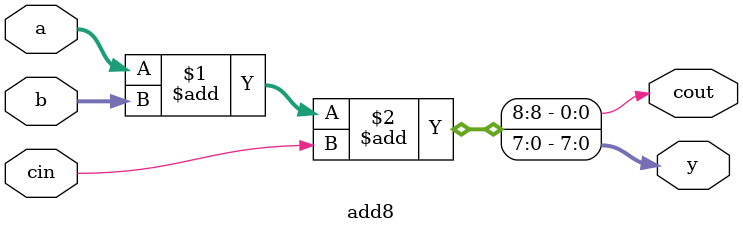
<source format=v>

module add8(a, b, cin, y, cout);
	input[7:0] a,b;
	input		cin;
	output[7:0] y;
	output cout;
	assign {cout,y} = a + b + cin;
endmodule

</source>
